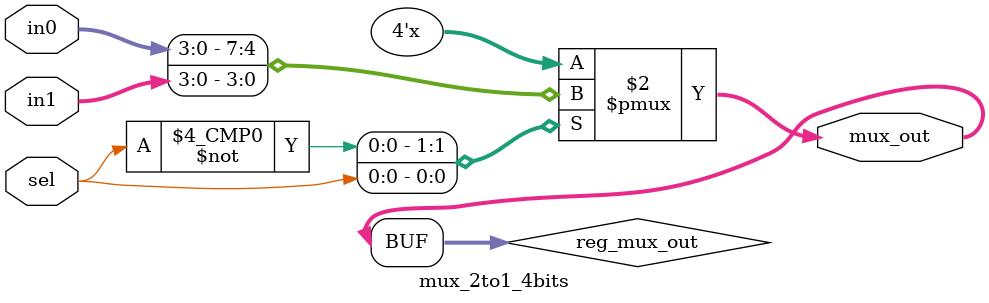
<source format=v>
module mux_2to1_4bits 
(   
    input   wire    [3:0] in0,
    input   wire    [3:0] in1,
    input   wire          sel, 
    output  wire    [3:0] mux_out
);
    reg [3:0] reg_mux_out;

    always @(*) 
    begin
        case (sel)
            1'b0:       reg_mux_out = in0;
            1'b1:       reg_mux_out = in1;
            default:    reg_mux_out = 4'h0;
        endcase
    end

    assign mux_out = reg_mux_out;
endmodule

</source>
